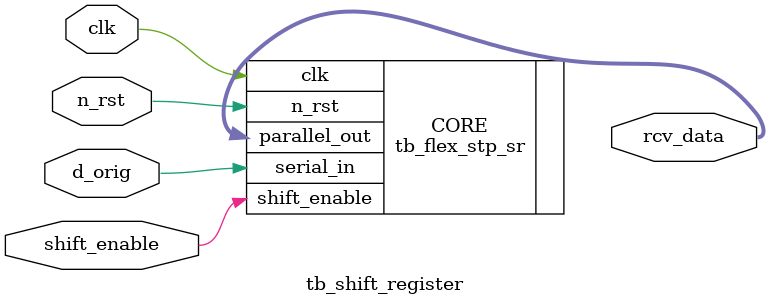
<source format=sv>

module tb_shift_register(
		      input wire clk,
		      input wire n_rst,
		      input wire shift_enable,
		      input wire d_orig,
		      output wire [7:0] rcv_data
		      );
   
	tb_flex_stp_sr 
	#(
		.NUM_BITS(8),
		.SHIFT_MSB(0)
		)
	CORE(
		.clk(clk),
		.n_rst(n_rst),
		.serial_in(d_orig),
		.shift_enable(shift_enable),
		.parallel_out(rcv_data)
	);

endmodule // shift_register

</source>
